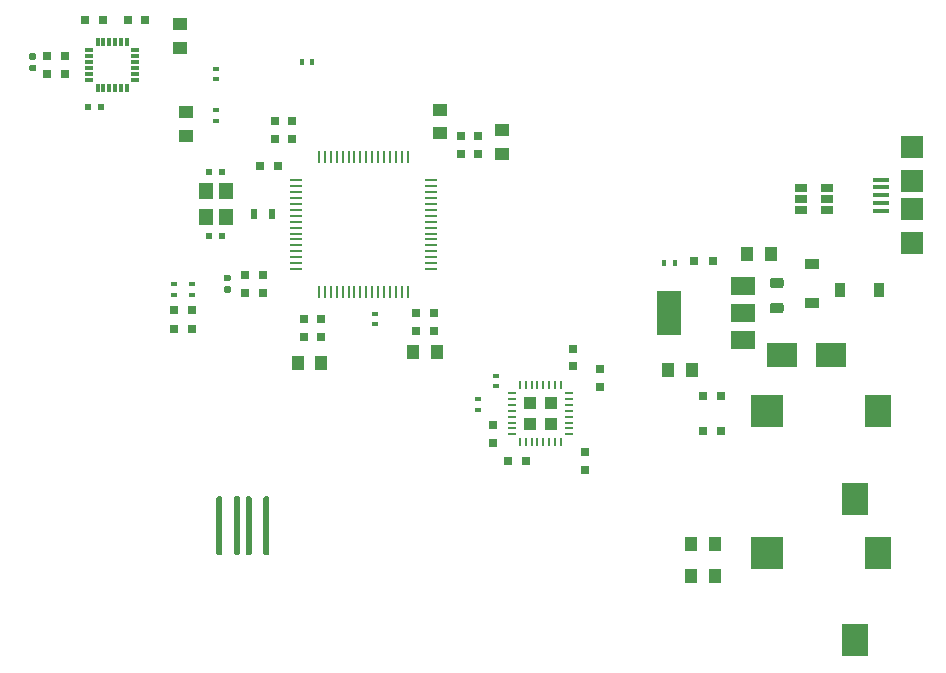
<source format=gbr>
%TF.GenerationSoftware,KiCad,Pcbnew,(5.1.9-0-10_14)*%
%TF.CreationDate,2021-02-23T19:53:59+01:00*%
%TF.ProjectId,codec_breakot,636f6465-635f-4627-9265-616b6f742e6b,rev?*%
%TF.SameCoordinates,Original*%
%TF.FileFunction,Paste,Top*%
%TF.FilePolarity,Positive*%
%FSLAX46Y46*%
G04 Gerber Fmt 4.6, Leading zero omitted, Abs format (unit mm)*
G04 Created by KiCad (PCBNEW (5.1.9-0-10_14)) date 2021-02-23 19:53:59*
%MOMM*%
%LPD*%
G01*
G04 APERTURE LIST*
%ADD10R,0.300000X0.800000*%
%ADD11R,0.800000X0.300000*%
%ADD12R,1.350000X0.400000*%
%ADD13R,1.900000X1.900000*%
%ADD14R,1.250000X1.000000*%
%ADD15R,1.060000X0.650000*%
%ADD16R,0.750000X0.800000*%
%ADD17R,0.800000X0.750000*%
%ADD18R,2.000000X3.800000*%
%ADD19R,2.000000X1.500000*%
%ADD20R,1.000000X0.250000*%
%ADD21R,0.250000X1.000000*%
%ADD22R,0.500000X0.900000*%
%ADD23R,0.600000X0.400000*%
%ADD24R,0.400000X0.600000*%
%ADD25R,2.800000X2.800000*%
%ADD26R,2.200000X2.800000*%
%ADD27R,1.200000X1.400000*%
%ADD28R,2.650000X2.030000*%
%ADD29R,0.800000X0.800000*%
%ADD30R,1.200000X0.900000*%
%ADD31R,0.900000X1.200000*%
%ADD32R,0.600000X0.500000*%
%ADD33R,1.000000X1.250000*%
%ADD34R,0.700000X0.250000*%
%ADD35R,0.250000X0.700000*%
%ADD36R,1.035000X1.035000*%
G04 APERTURE END LIST*
D10*
%TO.C,U1*%
X132000000Y-61950000D03*
X131500000Y-61950000D03*
X131000000Y-61950000D03*
X130500000Y-61950000D03*
X130000000Y-61950000D03*
X129500000Y-61950000D03*
D11*
X128800000Y-61250000D03*
X128800000Y-60750000D03*
X128800000Y-60250000D03*
X128800000Y-59750000D03*
X128800000Y-59250000D03*
X128800000Y-58750000D03*
D10*
X129500000Y-58050000D03*
X130000000Y-58050000D03*
X130500000Y-58050000D03*
X131000000Y-58050000D03*
X131500000Y-58050000D03*
X132000000Y-58050000D03*
D11*
X132700000Y-58750000D03*
X132700000Y-59250000D03*
X132700000Y-59750000D03*
X132700000Y-60250000D03*
X132700000Y-60750000D03*
X132700000Y-61250000D03*
%TD*%
D12*
%TO.C,J5*%
X195825000Y-69700000D03*
X195825000Y-70350000D03*
X195825000Y-71000000D03*
X195825000Y-71650000D03*
D13*
X198500000Y-66950000D03*
X198500000Y-69800000D03*
X198500000Y-75050000D03*
X198500000Y-72200000D03*
D12*
X195825000Y-72300000D03*
%TD*%
D14*
%TO.C,C35*%
X163750000Y-67500000D03*
X163750000Y-65500000D03*
%TD*%
%TO.C,C34*%
X137000000Y-66000000D03*
X137000000Y-64000000D03*
%TD*%
%TO.C,C33*%
X136500000Y-56500000D03*
X136500000Y-58500000D03*
%TD*%
D15*
%TO.C,U5*%
X191300000Y-72275000D03*
X191300000Y-71325000D03*
X191300000Y-70375000D03*
X189100000Y-70375000D03*
X189100000Y-72275000D03*
X189100000Y-71325000D03*
%TD*%
%TO.C,L2*%
G36*
G01*
X124172500Y-59560000D02*
X123827500Y-59560000D01*
G75*
G02*
X123680000Y-59412500I0J147500D01*
G01*
X123680000Y-59117500D01*
G75*
G02*
X123827500Y-58970000I147500J0D01*
G01*
X124172500Y-58970000D01*
G75*
G02*
X124320000Y-59117500I0J-147500D01*
G01*
X124320000Y-59412500D01*
G75*
G02*
X124172500Y-59560000I-147500J0D01*
G01*
G37*
G36*
G01*
X124172500Y-60530000D02*
X123827500Y-60530000D01*
G75*
G02*
X123680000Y-60382500I0J147500D01*
G01*
X123680000Y-60087500D01*
G75*
G02*
X123827500Y-59940000I147500J0D01*
G01*
X124172500Y-59940000D01*
G75*
G02*
X124320000Y-60087500I0J-147500D01*
G01*
X124320000Y-60382500D01*
G75*
G02*
X124172500Y-60530000I-147500J0D01*
G01*
G37*
%TD*%
%TO.C,L1*%
G36*
G01*
X140672500Y-78310000D02*
X140327500Y-78310000D01*
G75*
G02*
X140180000Y-78162500I0J147500D01*
G01*
X140180000Y-77867500D01*
G75*
G02*
X140327500Y-77720000I147500J0D01*
G01*
X140672500Y-77720000D01*
G75*
G02*
X140820000Y-77867500I0J-147500D01*
G01*
X140820000Y-78162500D01*
G75*
G02*
X140672500Y-78310000I-147500J0D01*
G01*
G37*
G36*
G01*
X140672500Y-79280000D02*
X140327500Y-79280000D01*
G75*
G02*
X140180000Y-79132500I0J147500D01*
G01*
X140180000Y-78837500D01*
G75*
G02*
X140327500Y-78690000I147500J0D01*
G01*
X140672500Y-78690000D01*
G75*
G02*
X140820000Y-78837500I0J-147500D01*
G01*
X140820000Y-79132500D01*
G75*
G02*
X140672500Y-79280000I-147500J0D01*
G01*
G37*
%TD*%
D16*
%TO.C,C27*%
X163000000Y-90500000D03*
X163000000Y-92000000D03*
%TD*%
%TO.C,C26*%
X169750000Y-85500000D03*
X169750000Y-84000000D03*
%TD*%
D17*
%TO.C,C1*%
X133550000Y-56200000D03*
X132050000Y-56200000D03*
%TD*%
D18*
%TO.C,U3*%
X177850000Y-81000000D03*
D19*
X184150000Y-81000000D03*
X184150000Y-78700000D03*
X184150000Y-83300000D03*
%TD*%
D20*
%TO.C,U2*%
X146300000Y-69750000D03*
X146300000Y-70250000D03*
X146300000Y-70750000D03*
X146300000Y-71250000D03*
X146300000Y-71750000D03*
X146300000Y-72250000D03*
X146300000Y-72750000D03*
X146300000Y-73250000D03*
X146300000Y-73750000D03*
X146300000Y-74250000D03*
X146300000Y-74750000D03*
X146300000Y-75250000D03*
X146300000Y-75750000D03*
X146300000Y-76250000D03*
X146300000Y-76750000D03*
X146300000Y-77250000D03*
D21*
X148250000Y-79200000D03*
X148750000Y-79200000D03*
X149250000Y-79200000D03*
X149750000Y-79200000D03*
X150250000Y-79200000D03*
X150750000Y-79200000D03*
X151250000Y-79200000D03*
X151750000Y-79200000D03*
X152250000Y-79200000D03*
X152750000Y-79200000D03*
X153250000Y-79200000D03*
X153750000Y-79200000D03*
X154250000Y-79200000D03*
X154750000Y-79200000D03*
X155250000Y-79200000D03*
X155750000Y-79200000D03*
D20*
X157700000Y-77250000D03*
X157700000Y-76750000D03*
X157700000Y-76250000D03*
X157700000Y-75750000D03*
X157700000Y-75250000D03*
X157700000Y-74750000D03*
X157700000Y-74250000D03*
X157700000Y-73750000D03*
X157700000Y-73250000D03*
X157700000Y-72750000D03*
X157700000Y-72250000D03*
X157700000Y-71750000D03*
X157700000Y-71250000D03*
X157700000Y-70750000D03*
X157700000Y-70250000D03*
X157700000Y-69750000D03*
D21*
X155750000Y-67800000D03*
X155250000Y-67800000D03*
X154750000Y-67800000D03*
X154250000Y-67800000D03*
X153750000Y-67800000D03*
X153250000Y-67800000D03*
X152750000Y-67800000D03*
X152250000Y-67800000D03*
X151750000Y-67800000D03*
X151250000Y-67800000D03*
X150750000Y-67800000D03*
X150250000Y-67800000D03*
X149750000Y-67800000D03*
X149250000Y-67800000D03*
X148750000Y-67800000D03*
X148250000Y-67800000D03*
%TD*%
D22*
%TO.C,R10*%
X142750000Y-72600000D03*
X144250000Y-72600000D03*
%TD*%
D23*
%TO.C,R9*%
X161750000Y-89200000D03*
X161750000Y-88300000D03*
%TD*%
%TO.C,R8*%
X163250000Y-86300000D03*
X163250000Y-87200000D03*
%TD*%
D24*
%TO.C,R7*%
X177500000Y-76750000D03*
X178400000Y-76750000D03*
%TD*%
D23*
%TO.C,R6*%
X136000000Y-79450000D03*
X136000000Y-78550000D03*
%TD*%
%TO.C,R5*%
X137500000Y-79450000D03*
X137500000Y-78550000D03*
%TD*%
%TO.C,R4*%
X139500000Y-64700000D03*
X139500000Y-63800000D03*
%TD*%
%TO.C,R3*%
X139500000Y-60300000D03*
X139500000Y-61200000D03*
%TD*%
%TO.C,R2*%
X153000000Y-81950000D03*
X153000000Y-81050000D03*
%TD*%
D24*
%TO.C,R1*%
X147700000Y-59750000D03*
X146800000Y-59750000D03*
%TD*%
D25*
%TO.C,J8*%
X186200000Y-89300000D03*
D26*
X195600000Y-89300000D03*
X193600000Y-96700000D03*
%TD*%
D25*
%TO.C,J7*%
X186200000Y-101300000D03*
D26*
X195600000Y-101300000D03*
X193600000Y-108700000D03*
%TD*%
%TO.C,J3*%
G36*
G01*
X142050000Y-101375000D02*
X142050000Y-96625000D01*
G75*
G02*
X142175000Y-96500000I125000J0D01*
G01*
X142425000Y-96500000D01*
G75*
G02*
X142550000Y-96625000I0J-125000D01*
G01*
X142550000Y-101375000D01*
G75*
G02*
X142425000Y-101500000I-125000J0D01*
G01*
X142175000Y-101500000D01*
G75*
G02*
X142050000Y-101375000I0J125000D01*
G01*
G37*
G36*
G01*
X141050000Y-101375000D02*
X141050000Y-96625000D01*
G75*
G02*
X141175000Y-96500000I125000J0D01*
G01*
X141425000Y-96500000D01*
G75*
G02*
X141550000Y-96625000I0J-125000D01*
G01*
X141550000Y-101375000D01*
G75*
G02*
X141425000Y-101500000I-125000J0D01*
G01*
X141175000Y-101500000D01*
G75*
G02*
X141050000Y-101375000I0J125000D01*
G01*
G37*
G36*
G01*
X139550000Y-101375000D02*
X139550000Y-96625000D01*
G75*
G02*
X139675000Y-96500000I125000J0D01*
G01*
X139925000Y-96500000D01*
G75*
G02*
X140050000Y-96625000I0J-125000D01*
G01*
X140050000Y-101375000D01*
G75*
G02*
X139925000Y-101500000I-125000J0D01*
G01*
X139675000Y-101500000D01*
G75*
G02*
X139550000Y-101375000I0J125000D01*
G01*
G37*
G36*
G01*
X143550000Y-101375000D02*
X143550000Y-96625000D01*
G75*
G02*
X143675000Y-96500000I125000J0D01*
G01*
X143925000Y-96500000D01*
G75*
G02*
X144050000Y-96625000I0J-125000D01*
G01*
X144050000Y-101375000D01*
G75*
G02*
X143925000Y-101500000I-125000J0D01*
G01*
X143675000Y-101500000D01*
G75*
G02*
X143550000Y-101375000I0J125000D01*
G01*
G37*
%TD*%
D27*
%TO.C,HSE1*%
X138650000Y-70650000D03*
X138650000Y-72850000D03*
X140350000Y-72850000D03*
X140350000Y-70650000D03*
%TD*%
%TO.C,FB3*%
G36*
G01*
X187381250Y-78875000D02*
X186618750Y-78875000D01*
G75*
G02*
X186400000Y-78656250I0J218750D01*
G01*
X186400000Y-78218750D01*
G75*
G02*
X186618750Y-78000000I218750J0D01*
G01*
X187381250Y-78000000D01*
G75*
G02*
X187600000Y-78218750I0J-218750D01*
G01*
X187600000Y-78656250D01*
G75*
G02*
X187381250Y-78875000I-218750J0D01*
G01*
G37*
G36*
G01*
X187381250Y-81000000D02*
X186618750Y-81000000D01*
G75*
G02*
X186400000Y-80781250I0J218750D01*
G01*
X186400000Y-80343750D01*
G75*
G02*
X186618750Y-80125000I218750J0D01*
G01*
X187381250Y-80125000D01*
G75*
G02*
X187600000Y-80343750I0J-218750D01*
G01*
X187600000Y-80781250D01*
G75*
G02*
X187381250Y-81000000I-218750J0D01*
G01*
G37*
%TD*%
D28*
%TO.C,F1*%
X191590000Y-84500000D03*
X187410000Y-84500000D03*
%TD*%
D29*
%TO.C,D5*%
X180000000Y-76600000D03*
X181600000Y-76600000D03*
%TD*%
D30*
%TO.C,D4*%
X190000000Y-80150000D03*
X190000000Y-76850000D03*
%TD*%
D31*
%TO.C,D3*%
X192350000Y-79000000D03*
X195650000Y-79000000D03*
%TD*%
D29*
%TO.C,D2*%
X136000000Y-80700000D03*
X136000000Y-82300000D03*
%TD*%
%TO.C,D1*%
X137500000Y-80700000D03*
X137500000Y-82300000D03*
%TD*%
D16*
%TO.C,C32*%
X170750000Y-92750000D03*
X170750000Y-94250000D03*
%TD*%
D17*
%TO.C,C31*%
X165750000Y-93500000D03*
X164250000Y-93500000D03*
%TD*%
D32*
%TO.C,C30*%
X140050000Y-74500000D03*
X138950000Y-74500000D03*
%TD*%
D16*
%TO.C,C29*%
X172000000Y-87250000D03*
X172000000Y-85750000D03*
%TD*%
D32*
%TO.C,C28*%
X138950000Y-69000000D03*
X140050000Y-69000000D03*
%TD*%
D33*
%TO.C,C25*%
X181750000Y-103250000D03*
X179750000Y-103250000D03*
%TD*%
%TO.C,C24*%
X181750000Y-100500000D03*
X179750000Y-100500000D03*
%TD*%
D17*
%TO.C,C23*%
X146950000Y-83000000D03*
X148450000Y-83000000D03*
%TD*%
%TO.C,C22*%
X182250000Y-88000000D03*
X180750000Y-88000000D03*
%TD*%
%TO.C,C21*%
X182250000Y-91000000D03*
X180750000Y-91000000D03*
%TD*%
%TO.C,C20*%
X158000000Y-82500000D03*
X156500000Y-82500000D03*
%TD*%
D16*
%TO.C,C19*%
X146000000Y-64750000D03*
X146000000Y-66250000D03*
%TD*%
%TO.C,C18*%
X161750000Y-66000000D03*
X161750000Y-67500000D03*
%TD*%
D33*
%TO.C,C17*%
X177800000Y-85800000D03*
X179800000Y-85800000D03*
%TD*%
D17*
%TO.C,C16*%
X146950000Y-81500000D03*
X148450000Y-81500000D03*
%TD*%
%TO.C,C15*%
X158000000Y-81000000D03*
X156500000Y-81000000D03*
%TD*%
D16*
%TO.C,C14*%
X160250000Y-66000000D03*
X160250000Y-67500000D03*
%TD*%
D33*
%TO.C,C13*%
X186500000Y-76000000D03*
X184500000Y-76000000D03*
%TD*%
D16*
%TO.C,C12*%
X144500000Y-64750000D03*
X144500000Y-66250000D03*
%TD*%
D17*
%TO.C,C11*%
X143250000Y-68500000D03*
X144750000Y-68500000D03*
%TD*%
D33*
%TO.C,C10*%
X148450000Y-85250000D03*
X146450000Y-85250000D03*
%TD*%
D14*
%TO.C,C9*%
X158500000Y-65750000D03*
X158500000Y-63750000D03*
%TD*%
D32*
%TO.C,C8*%
X129800000Y-63500000D03*
X128700000Y-63500000D03*
%TD*%
D33*
%TO.C,C7*%
X156250000Y-84250000D03*
X158250000Y-84250000D03*
%TD*%
D17*
%TO.C,C6*%
X128450000Y-56200000D03*
X129950000Y-56200000D03*
%TD*%
D16*
%TO.C,C5*%
X125250000Y-60750000D03*
X125250000Y-59250000D03*
%TD*%
%TO.C,C4*%
X126750000Y-60750000D03*
X126750000Y-59250000D03*
%TD*%
%TO.C,C3*%
X143500000Y-79250000D03*
X143500000Y-77750000D03*
%TD*%
%TO.C,C2*%
X142000000Y-79250000D03*
X142000000Y-77750000D03*
%TD*%
D34*
%TO.C,U4*%
X169400000Y-91250000D03*
X169400000Y-90750000D03*
X169400000Y-90250000D03*
X169400000Y-89750000D03*
X169400000Y-89250000D03*
X169400000Y-88750000D03*
X169400000Y-88250000D03*
X169400000Y-87750000D03*
D35*
X168750000Y-87100000D03*
X168250000Y-87100000D03*
X167750000Y-87100000D03*
X167250000Y-87100000D03*
X166750000Y-87100000D03*
X166250000Y-87100000D03*
X165750000Y-87100000D03*
X165250000Y-87100000D03*
D34*
X164600000Y-87750000D03*
X164600000Y-88250000D03*
X164600000Y-88750000D03*
X164600000Y-89250000D03*
X164600000Y-89750000D03*
X164600000Y-90250000D03*
X164600000Y-90750000D03*
X164600000Y-91250000D03*
D35*
X165250000Y-91900000D03*
X165750000Y-91900000D03*
X166250000Y-91900000D03*
X166750000Y-91900000D03*
X167250000Y-91900000D03*
X167750000Y-91900000D03*
X168250000Y-91900000D03*
X168750000Y-91900000D03*
D36*
X166137500Y-88637500D03*
X166137500Y-90362500D03*
X167862500Y-88637500D03*
X167862500Y-90362500D03*
%TD*%
M02*

</source>
